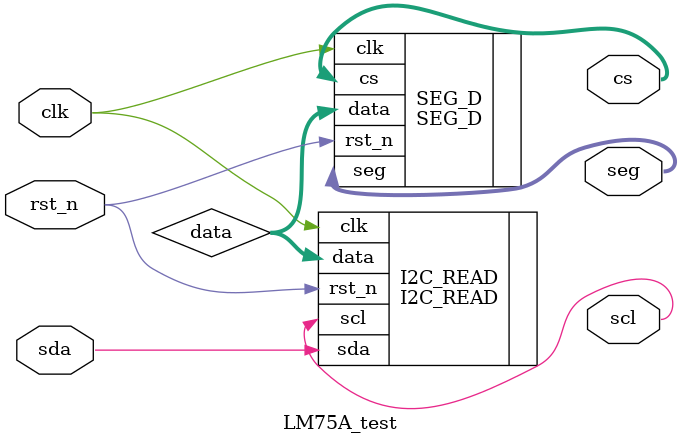
<source format=v>
module LM75A_test(clk,rst_n,scl,sda,cs,seg);
input clk,rst_n; //fu¸´Î»ÐÅºÅµÍµçÆ½ÓÐÐ§£¬Ê±ÖÓ50MHz;
output scl;  //I2CÊ±ÖÓ£¬250KHz£»Ê±ÖÓÖÜÆÚÎª4us;
inout sda;   //I2CÊý¾Ý¶Ë£»
output[3:0] cs;  //ÊýÂë¹ÜÆ¬Ñ¡£»
output[7:0] seg;  //ÊýÂë¹Ü¶ÎÑ¡£»
wire done;    // I2C¶ÁÈ¡Ò»¸öÊý¾ÝÍê±Ï£¬¸üÐÂÊýÂë¹Ü¶ÎÑ¡¼Ä´æÆ÷£»
wire[15:0] data;//ÎÂ¶ÈÊý¾Ý£»
I2C_READ I2C_READ(
        .clk(clk),
 .rst_n(rst_n),
 .scl(scl),
 .sda(sda),
 .data(data)
              );
SEG_D  SEG_D(
       .clk(clk),
.rst_n(rst_n),
.cs(cs),
.seg(seg),
.data(data)
         );
endmodule
</source>
